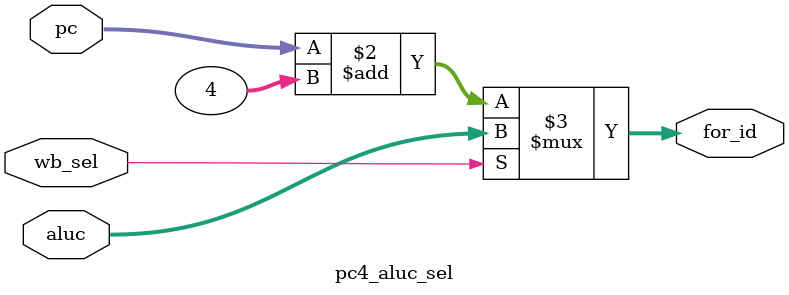
<source format=v>
module pc4_aluc_sel (
    input [31:0] pc,
    input [31:0] aluc,
    input wb_sel,
    output [31:0] for_id
);
    assign for_id = (~wb_sel) ? (pc+4):aluc;
endmodule
</source>
